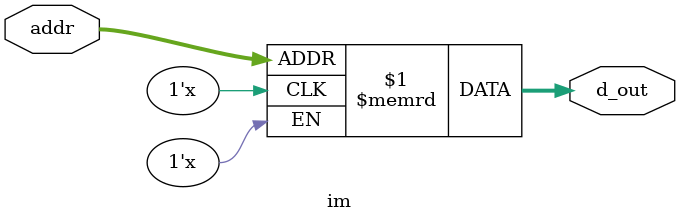
<source format=v>
module im( addr, d_out );
    input  [11:2]  addr;
    output [31:0]  d_out;

    reg [31:0] ins_mem[1023:0];

    assign d_out = ins_mem[addr];
endmodule
</source>
